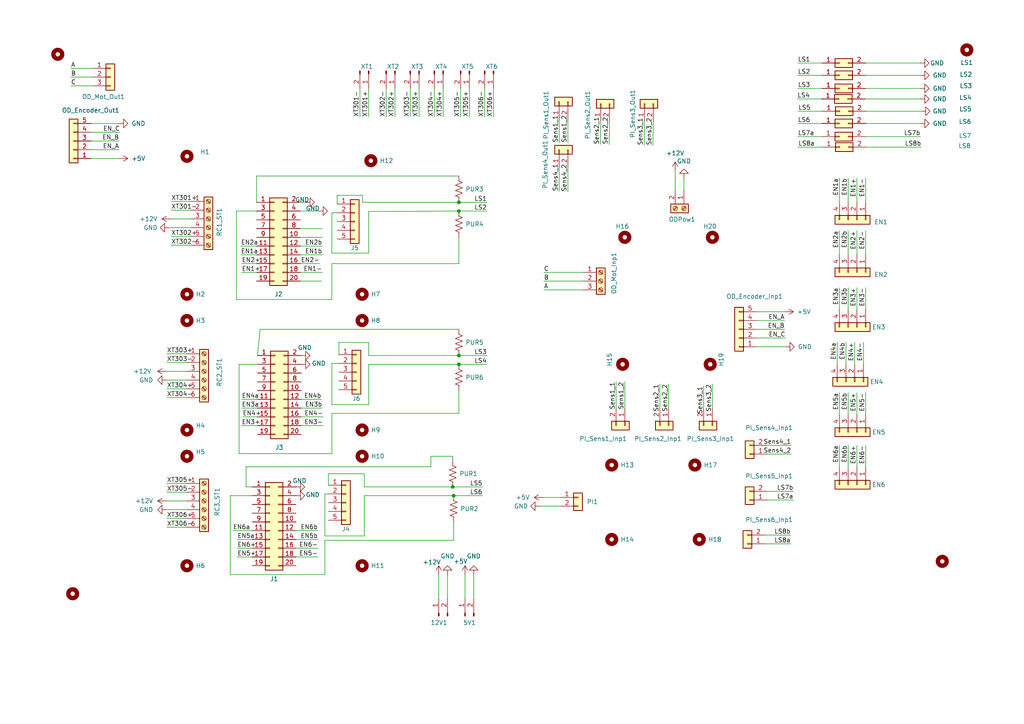
<source format=kicad_sch>
(kicad_sch (version 20211123) (generator eeschema)
  (paper "A4")
  (lib_symbols
    (symbol "Connector:Conn_01x02_Male" (pin_names (offset 1.016) hide)
      (property "Reference" "J" (at 0 2.54 0))
      (property "Value" "Conn_01x02_Male" (at 0 -5.08 0))
      (symbol "Conn_01x02_Male_1_1"
        (pin passive line (at 5.08 0 180) (length 3.81) (name "Pin_1") (number "1"))
        (pin passive line (at 5.08 -2.54 180) (length 3.81) (name "Pin_2") (number "2"))
      )
    )
    (symbol "Connector:Screw_Terminal_01x02" (pin_names (offset 1.016) hide)
      (property "Reference" "J" (at 0 2.54 0))
      (property "Value" "Screw_Terminal_01x02" (at 0 -5.08 0))
      (symbol "Screw_Terminal_01x02_1_1"
        (pin passive line (at -5.08 0 0) (length 3.81) (name "Pin_1") (number "1"))
        (pin passive line (at -5.08 -2.54 0) (length 3.81) (name "Pin_2") (number "2"))
      )
    )
    (symbol "Connector:Screw_Terminal_01x03" (pin_names (offset 1.016) hide)
      (property "Reference" "J" (at 0 5.08 0))
      (property "Value" "Screw_Terminal_01x03" (at 0 -5.08 0))
      (symbol "Screw_Terminal_01x03_1_1"
        (pin passive line (at -5.08 2.54 0) (length 3.81) (name "Pin_1") (number "1"))
        (pin passive line (at -5.08 0 0) (length 3.81) (name "Pin_2") (number "2"))
        (pin passive line (at -5.08 -2.54 0) (length 3.81) (name "Pin_3") (number "3"))
      )
    )
    (symbol "Connector:Screw_Terminal_01x06" (pin_names (offset 1.016) hide)
      (property "Reference" "J" (at 0 7.62 0))
      (property "Value" "Screw_Terminal_01x06" (at 0 -10.16 0))
      (symbol "Screw_Terminal_01x06_1_1"
        (pin passive line (at -5.08 5.08 0) (length 3.81) (name "Pin_1") (number "1"))
        (pin passive line (at -5.08 2.54 0) (length 3.81) (name "Pin_2") (number "2"))
        (pin passive line (at -5.08 0 0) (length 3.81) (name "Pin_3") (number "3"))
        (pin passive line (at -5.08 -2.54 0) (length 3.81) (name "Pin_4") (number "4"))
        (pin passive line (at -5.08 -5.08 0) (length 3.81) (name "Pin_5") (number "5"))
        (pin passive line (at -5.08 -7.62 0) (length 3.81) (name "Pin_6") (number "6"))
      )
    )
    (symbol "Connector_Generic:Conn_01x02" (pin_names (offset 1.016) hide)
      (property "Reference" "J" (at 0 2.54 0))
      (property "Value" "Conn_01x02" (at 0 -5.08 0))
      (symbol "Conn_01x02_1_1"
        (pin passive line (at -5.08 0 0) (length 3.81) (name "Pin_1") (number "1"))
        (pin passive line (at -5.08 -2.54 0) (length 3.81) (name "Pin_2") (number "2"))
      )
    )
    (symbol "Connector_Generic:Conn_01x03" (pin_names (offset 1.016) hide)
      (property "Reference" "J" (at 0 5.08 0))
      (property "Value" "Conn_01x03" (at 0 -5.08 0))
      (symbol "Conn_01x03_1_1"
        (pin passive line (at -5.08 2.54 0) (length 3.81) (name "Pin_1") (number "1"))
        (pin passive line (at -5.08 0 0) (length 3.81) (name "Pin_2") (number "2"))
        (pin passive line (at -5.08 -2.54 0) (length 3.81) (name "Pin_3") (number "3"))
      )
    )
    (symbol "Connector_Generic:Conn_01x04" (pin_names (offset 1.016) hide)
      (property "Reference" "J" (at 0 5.08 0))
      (property "Value" "Conn_01x04" (at 0 -7.62 0))
      (symbol "Conn_01x04_1_1"
        (pin passive line (at -5.08 2.54 0) (length 3.81) (name "Pin_1") (number "1"))
        (pin passive line (at -5.08 0 0) (length 3.81) (name "Pin_2") (number "2"))
        (pin passive line (at -5.08 -2.54 0) (length 3.81) (name "Pin_3") (number "3"))
        (pin passive line (at -5.08 -5.08 0) (length 3.81) (name "Pin_4") (number "4"))
      )
    )
    (symbol "Connector_Generic:Conn_01x05" (pin_names (offset 1.016) hide)
      (property "Reference" "J" (at 0 7.62 0))
      (property "Value" "Conn_01x05" (at 0 -7.62 0))
      (symbol "Conn_01x05_1_1"
        (pin passive line (at -5.08 5.08 0) (length 3.81) (name "Pin_1") (number "1"))
        (pin passive line (at -5.08 2.54 0) (length 3.81) (name "Pin_2") (number "2"))
        (pin passive line (at -5.08 0 0) (length 3.81) (name "Pin_3") (number "3"))
        (pin passive line (at -5.08 -2.54 0) (length 3.81) (name "Pin_4") (number "4"))
        (pin passive line (at -5.08 -5.08 0) (length 3.81) (name "Pin_5") (number "5"))
      )
    )
    (symbol "Connector_Generic:Conn_02x01" (pin_names (offset 1.016) hide)
      (property "Reference" "J" (at 1.27 2.54 0))
      (property "Value" "Conn_02x01" (at 1.27 -2.54 0))
      (symbol "Conn_02x01_1_1"
        (pin passive line (at -5.08 0 0) (length 3.81) (name "Pin_1") (number "1"))
        (pin passive line (at 7.62 0 180) (length 3.81) (name "Pin_2") (number "2"))
      )
    )
    (symbol "Connector_Generic:Conn_02x10_Odd_Even" (pin_names (offset 1.016) hide)
      (property "Reference" "J" (at 1.27 12.7 0))
      (property "Value" "Conn_02x10_Odd_Even" (at 1.27 -15.24 0))
      (symbol "Conn_02x10_Odd_Even_1_1"
        (pin passive line (at -5.08 10.16 0) (length 3.81) (name "Pin_1") (number "1"))
        (pin passive line (at 7.62 0 180) (length 3.81) (name "Pin_10") (number "10"))
        (pin passive line (at -5.08 -2.54 0) (length 3.81) (name "Pin_11") (number "11"))
        (pin passive line (at 7.62 -2.54 180) (length 3.81) (name "Pin_12") (number "12"))
        (pin passive line (at -5.08 -5.08 0) (length 3.81) (name "Pin_13") (number "13"))
        (pin passive line (at 7.62 -5.08 180) (length 3.81) (name "Pin_14") (number "14"))
        (pin passive line (at -5.08 -7.62 0) (length 3.81) (name "Pin_15") (number "15"))
        (pin passive line (at 7.62 -7.62 180) (length 3.81) (name "Pin_16") (number "16"))
        (pin passive line (at -5.08 -10.16 0) (length 3.81) (name "Pin_17") (number "17"))
        (pin passive line (at 7.62 -10.16 180) (length 3.81) (name "Pin_18") (number "18"))
        (pin passive line (at -5.08 -12.7 0) (length 3.81) (name "Pin_19") (number "19"))
        (pin passive line (at 7.62 10.16 180) (length 3.81) (name "Pin_2") (number "2"))
        (pin passive line (at 7.62 -12.7 180) (length 3.81) (name "Pin_20") (number "20"))
        (pin passive line (at -5.08 7.62 0) (length 3.81) (name "Pin_3") (number "3"))
        (pin passive line (at 7.62 7.62 180) (length 3.81) (name "Pin_4") (number "4"))
        (pin passive line (at -5.08 5.08 0) (length 3.81) (name "Pin_5") (number "5"))
        (pin passive line (at 7.62 5.08 180) (length 3.81) (name "Pin_6") (number "6"))
        (pin passive line (at -5.08 2.54 0) (length 3.81) (name "Pin_7") (number "7"))
        (pin passive line (at 7.62 2.54 180) (length 3.81) (name "Pin_8") (number "8"))
        (pin passive line (at -5.08 0 0) (length 3.81) (name "Pin_9") (number "9"))
      )
    )
    (symbol "Device:R_US" (pin_numbers hide) (pin_names (offset 0))
      (property "Reference" "R" (at 2.54 0 90))
      (property "Value" "R_US" (at -2.54 0 90))
      (symbol "R_US_1_1"
        (pin passive line (at 0 3.81 270) (length 1.27) (name "~") (number "1"))
        (pin passive line (at 0 -3.81 90) (length 1.27) (name "~") (number "2"))
      )
    )
    (symbol "Mechanical:MountingHole" (pin_names (offset 1.016))
      (property "Reference" "H" (at 0 5.08 0))
      (property "Value" "MountingHole" (at 0 3.175 0))
    )
    (symbol "power:+12V" (power) (pin_names (offset 0))
      (property "Value" "+12V" (at 0 3.556 0))
      (symbol "+12V_1_1"
        (pin power_in line (at 0 0 90) (length 0) hide (name "+12V") (number "1"))
      )
    )
    (symbol "power:+5V" (power) (pin_names (offset 0))
      (property "Value" "+5V" (at 0 3.556 0))
      (symbol "+5V_1_1"
        (pin power_in line (at 0 0 90) (length 0) hide (name "+5V") (number "1"))
      )
    )
    (symbol "power:GND" (power) (pin_names (offset 0))
      (property "Value" "GND" (at 0 -3.81 0))
      (symbol "GND_1_1"
        (pin power_in line (at 0 0 270) (length 0) hide (name "GND") (number "1"))
      )
    )
  )
  (junction (at 133.096 61.214))
  (junction (at 133.096 105.664))
  (junction (at 131.318 141.224))
  (junction (at 131.572 143.764))
  (junction (at 133.096 103.124))
  (junction (at 133.096 58.674))
  (wire (pts (xy 106.934 99.314) (xy 98.298 99.314)))
  (wire (pts (xy 125.984 25.654) (xy 125.984 33.909)))
  (wire (pts (xy 97.79 56.642) (xy 97.79 59.182)))
  (wire (pts (xy 128.524 25.654) (xy 128.524 33.909)))
  (wire (pts (xy 131.572 143.764) (xy 139.954 143.764)))
  (wire (pts (xy 48.387 115.316) (xy 54.102 115.316)))
  (wire (pts (xy 181.229 110.744) (xy 181.229 118.364)))
  (wire (pts (xy 248.539 66.929) (xy 248.539 73.914)))
  (wire (pts (xy 48.387 150.368) (xy 54.102 150.368)))
  (wire (pts (xy 106.934 103.124) (xy 133.096 103.124)))
  (wire (pts (xy 105.664 155.448) (xy 94.234 155.448)))
  (wire (pts (xy 132.969 61.214) (xy 133.096 61.214)))
  (wire (pts (xy 136.144 25.654) (xy 136.144 33.909)))
  (wire (pts (xy 96.266 61.722) (xy 96.266 73.406)))
  (wire (pts (xy 219.456 100.584) (xy 227.838 100.584)))
  (wire (pts (xy 243.459 129.159) (xy 243.459 135.509)))
  (wire (pts (xy 231.394 25.654) (xy 238.379 25.654)))
  (wire (pts (xy 162.179 34.544) (xy 162.179 41.402)))
  (wire (pts (xy 106.934 117.348) (xy 96.266 117.348)))
  (wire (pts (xy 87.122 78.994) (xy 93.472 78.994)))
  (wire (pts (xy 94.234 166.624) (xy 94.234 156.718)))
  (wire (pts (xy 174.244 35.179) (xy 174.117 41.91)))
  (wire (pts (xy 251.079 35.814) (xy 266.954 35.814)))
  (wire (pts (xy 71.374 135.382) (xy 71.374 141.224)))
  (wire (pts (xy 251.079 51.689) (xy 251.079 58.674)))
  (wire (pts (xy 49.022 66.04) (xy 55.372 66.04)))
  (wire (pts (xy 87.122 71.374) (xy 93.472 71.374)))
  (wire (pts (xy 105.156 58.674) (xy 105.156 56.642)))
  (wire (pts (xy 34.544 43.434) (xy 26.416 43.434)))
  (wire (pts (xy 70.104 123.444) (xy 74.676 123.444)))
  (wire (pts (xy 34.544 40.894) (xy 26.416 40.894)))
  (wire (pts (xy 231.394 35.814) (xy 238.379 35.814)))
  (wire (pts (xy 219.456 92.964) (xy 227.584 92.964)))
  (wire (pts (xy 229.489 131.699) (xy 222.504 131.699)))
  (wire (pts (xy 85.852 156.464) (xy 92.202 156.464)))
  (wire (pts (xy 68.834 156.464) (xy 73.152 156.464)))
  (wire (pts (xy 242.824 99.314) (xy 242.824 105.664)))
  (wire (pts (xy 204.089 112.014) (xy 204.089 118.364)))
  (wire (pts (xy 48.387 152.908) (xy 54.102 152.908)))
  (wire (pts (xy 229.489 129.159) (xy 222.504 129.159)))
  (wire (pts (xy 247.904 99.314) (xy 247.904 105.664)))
  (wire (pts (xy 75.438 95.504) (xy 133.096 95.504)))
  (wire (pts (xy 198.374 51.562) (xy 198.374 55.372)))
  (wire (pts (xy 85.852 159.004) (xy 92.202 159.004)))
  (wire (pts (xy 69.342 131.572) (xy 69.342 105.664)))
  (wire (pts (xy 49.657 58.42) (xy 55.372 58.42)))
  (wire (pts (xy 105.156 56.642) (xy 97.79 56.642)))
  (wire (pts (xy 96.266 105.41) (xy 98.298 105.41)))
  (wire (pts (xy 134.874 166.624) (xy 134.874 173.609)))
  (wire (pts (xy 186.944 35.179) (xy 186.817 42.164)))
  (wire (pts (xy 133.096 61.214) (xy 141.224 61.214)))
  (wire (pts (xy 248.539 113.919) (xy 248.539 120.269)))
  (wire (pts (xy 105.156 58.674) (xy 133.096 58.674)))
  (wire (pts (xy 105.664 137.414) (xy 105.664 141.224)))
  (wire (pts (xy 87.122 73.914) (xy 93.472 73.914)))
  (wire (pts (xy 48.387 140.208) (xy 54.102 140.208)))
  (wire (pts (xy 69.85 71.374) (xy 74.422 71.374)))
  (wire (pts (xy 248.539 51.689) (xy 248.539 58.674)))
  (wire (pts (xy 87.122 68.834) (xy 93.472 68.834)))
  (wire (pts (xy 157.734 81.534) (xy 169.164 81.534)))
  (wire (pts (xy 49.657 60.96) (xy 55.372 60.96)))
  (wire (pts (xy 251.079 113.919) (xy 251.079 120.269)))
  (wire (pts (xy 231.394 21.844) (xy 238.379 21.844)))
  (wire (pts (xy 157.734 78.994) (xy 169.164 78.994)))
  (wire (pts (xy 206.629 111.379) (xy 206.629 118.364)))
  (wire (pts (xy 164.719 34.544) (xy 164.719 41.402)))
  (wire (pts (xy 156.464 146.812) (xy 162.56 146.812)))
  (wire (pts (xy 67.564 153.924) (xy 73.152 153.924)))
  (wire (pts (xy 94.234 143.256) (xy 94.234 155.448)))
  (wire (pts (xy 95.25 137.414) (xy 95.25 140.716)))
  (wire (pts (xy 74.422 51.054) (xy 74.422 58.674)))
  (wire (pts (xy 131.318 141.224) (xy 139.954 141.224)))
  (wire (pts (xy 34.544 35.814) (xy 26.416 35.814)))
  (wire (pts (xy 97.79 61.722) (xy 96.266 61.722)))
  (wire (pts (xy 245.999 51.689) (xy 245.999 58.674)))
  (wire (pts (xy 106.934 105.664) (xy 106.934 117.348)))
  (wire (pts (xy 85.852 153.924) (xy 92.202 153.924)))
  (wire (pts (xy 34.544 45.974) (xy 26.416 45.974)))
  (wire (pts (xy 250.952 28.702) (xy 266.954 28.702)))
  (wire (pts (xy 231.394 39.624) (xy 238.379 39.624)))
  (wire (pts (xy 221.869 155.194) (xy 229.362 155.194)))
  (wire (pts (xy 70.104 118.364) (xy 74.676 118.364)))
  (wire (pts (xy 231.521 42.672) (xy 238.506 42.672)))
  (wire (pts (xy 243.459 51.689) (xy 243.459 58.674)))
  (wire (pts (xy 248.539 83.439) (xy 248.539 89.789)))
  (wire (pts (xy 94.234 166.624) (xy 66.802 166.624)))
  (wire (pts (xy 71.374 141.224) (xy 73.152 141.224)))
  (wire (pts (xy 114.554 25.654) (xy 114.554 33.909)))
  (wire (pts (xy 96.266 131.572) (xy 69.342 131.572)))
  (wire (pts (xy 112.014 25.654) (xy 112.014 33.909)))
  (wire (pts (xy 96.266 131.572) (xy 96.266 119.888)))
  (wire (pts (xy 193.929 111.379) (xy 193.929 118.364)))
  (wire (pts (xy 121.539 25.654) (xy 121.539 33.909)))
  (wire (pts (xy 140.589 25.654) (xy 140.589 33.909)))
  (wire (pts (xy 131.318 132.334) (xy 131.318 133.604)))
  (wire (pts (xy 243.459 83.439) (xy 243.459 89.789)))
  (wire (pts (xy 74.422 51.054) (xy 133.096 51.054)))
  (wire (pts (xy 68.58 86.868) (xy 68.58 61.214)))
  (wire (pts (xy 49.657 71.12) (xy 55.372 71.12)))
  (wire (pts (xy 87.376 115.824) (xy 93.218 115.824)))
  (wire (pts (xy 251.206 32.258) (xy 267.208 32.258)))
  (wire (pts (xy 94.234 156.718) (xy 131.572 156.718)))
  (wire (pts (xy 245.999 66.929) (xy 245.999 73.914)))
  (wire (pts (xy 133.096 119.888) (xy 133.096 113.284)))
  (wire (pts (xy 49.657 68.58) (xy 55.372 68.58)))
  (wire (pts (xy 70.358 120.904) (xy 74.676 120.904)))
  (wire (pts (xy 251.206 42.672) (xy 267.208 42.672)))
  (wire (pts (xy 71.374 135.382) (xy 124.968 135.382)))
  (wire (pts (xy 251.079 25.654) (xy 266.954 25.654)))
  (wire (pts (xy 157.734 84.074) (xy 169.164 84.074)))
  (wire (pts (xy 88.646 58.674) (xy 87.122 58.674)))
  (wire (pts (xy 251.079 66.929) (xy 251.079 73.914)))
  (wire (pts (xy 48.387 105.156) (xy 54.102 105.156)))
  (wire (pts (xy 75.438 95.504) (xy 74.676 103.124)))
  (wire (pts (xy 87.122 66.294) (xy 93.472 66.294)))
  (wire (pts (xy 127.254 166.624) (xy 127.254 173.609)))
  (wire (pts (xy 48.387 142.748) (xy 54.102 142.748)))
  (wire (pts (xy 48.26 145.288) (xy 54.102 145.288)))
  (wire (pts (xy 137.414 166.624) (xy 137.414 173.609)))
  (wire (pts (xy 124.968 132.334) (xy 131.318 132.334)))
  (wire (pts (xy 85.852 161.544) (xy 92.202 161.544)))
  (wire (pts (xy 20.574 19.812) (xy 26.924 19.812)))
  (wire (pts (xy 96.266 105.41) (xy 96.266 117.348)))
  (wire (pts (xy 222.504 142.494) (xy 230.124 142.494)))
  (wire (pts (xy 178.689 110.744) (xy 178.689 118.364)))
  (wire (pts (xy 250.444 99.314) (xy 250.444 105.664)))
  (wire (pts (xy 105.664 143.764) (xy 131.572 143.764)))
  (wire (pts (xy 106.934 105.664) (xy 133.096 105.664)))
  (wire (pts (xy 133.096 105.664) (xy 141.224 105.664)))
  (wire (pts (xy 20.574 24.892) (xy 26.924 24.892)))
  (wire (pts (xy 96.266 86.868) (xy 96.266 76.454)))
  (wire (pts (xy 26.416 38.354) (xy 34.798 38.354)))
  (wire (pts (xy 221.869 157.734) (xy 229.362 157.734)))
  (wire (pts (xy 70.104 76.454) (xy 74.422 76.454)))
  (wire (pts (xy 48.26 110.236) (xy 54.102 110.236)))
  (wire (pts (xy 98.298 99.314) (xy 98.298 102.87)))
  (wire (pts (xy 195.834 49.53) (xy 195.834 55.372)))
  (wire (pts (xy 245.364 99.314) (xy 245.364 105.664)))
  (wire (pts (xy 49.53 63.5) (xy 55.372 63.5)))
  (wire (pts (xy 219.456 90.424) (xy 227.584 90.424)))
  (wire (pts (xy 68.834 161.544) (xy 73.152 161.544)))
  (wire (pts (xy 68.58 61.214) (xy 74.422 61.214)))
  (wire (pts (xy 69.342 105.664) (xy 74.676 105.664)))
  (wire (pts (xy 96.266 86.868) (xy 68.58 86.868)))
  (wire (pts (xy 157.48 144.272) (xy 162.56 144.272)))
  (wire (pts (xy 251.079 39.624) (xy 266.954 39.624)))
  (wire (pts (xy 251.079 83.439) (xy 251.079 89.789)))
  (wire (pts (xy 96.266 119.888) (xy 133.096 119.888)))
  (wire (pts (xy 118.999 25.654) (xy 118.999 33.909)))
  (wire (pts (xy 251.079 21.844) (xy 266.954 21.844)))
  (wire (pts (xy 87.122 76.454) (xy 92.71 76.454)))
  (wire (pts (xy 129.794 166.624) (xy 129.794 173.609)))
  (wire (pts (xy 231.521 32.258) (xy 238.506 32.258)))
  (wire (pts (xy 87.376 123.444) (xy 93.726 123.444)))
  (wire (pts (xy 124.968 135.382) (xy 124.968 132.334)))
  (wire (pts (xy 251.079 18.288) (xy 266.954 18.288)))
  (wire (pts (xy 106.934 25.654) (xy 106.934 33.909)))
  (wire (pts (xy 133.096 103.124) (xy 141.224 103.124)))
  (wire (pts (xy 133.096 58.674) (xy 141.224 58.674)))
  (wire (pts (xy 48.26 107.696) (xy 54.102 107.696)))
  (wire (pts (xy 143.129 25.654) (xy 143.129 33.909)))
  (wire (pts (xy 105.664 137.414) (xy 95.25 137.414)))
  (wire (pts (xy 231.394 18.288) (xy 238.379 18.288)))
  (wire (pts (xy 87.122 81.534) (xy 93.218 81.534)))
  (wire (pts (xy 48.26 147.828) (xy 54.102 147.828)))
  (wire (pts (xy 245.999 83.439) (xy 245.999 89.789)))
  (wire (pts (xy 104.394 25.654) (xy 104.394 33.909)))
  (wire (pts (xy 20.574 22.352) (xy 26.924 22.352)))
  (wire (pts (xy 133.604 25.654) (xy 133.604 33.909)))
  (wire (pts (xy 133.096 76.454) (xy 133.096 68.834)))
  (wire (pts (xy 248.539 129.159) (xy 248.539 135.509)))
  (wire (pts (xy 176.784 35.179) (xy 176.657 41.91)))
  (wire (pts (xy 48.387 112.776) (xy 54.102 112.776)))
  (wire (pts (xy 131.572 151.384) (xy 131.572 156.718)))
  (wire (pts (xy 106.934 61.341) (xy 132.969 61.214)))
  (wire (pts (xy 87.376 118.364) (xy 93.472 118.364)))
  (wire (pts (xy 243.459 113.919) (xy 243.459 120.269)))
  (wire (pts (xy 243.459 66.929) (xy 243.459 73.914)))
  (wire (pts (xy 222.504 145.034) (xy 230.124 145.034)))
  (wire (pts (xy 70.104 115.824) (xy 74.676 115.824)))
  (wire (pts (xy 191.389 111.379) (xy 191.389 118.364)))
  (wire (pts (xy 219.456 95.504) (xy 227.584 95.504)))
  (wire (pts (xy 189.484 35.179) (xy 189.357 42.164)))
  (wire (pts (xy 219.456 98.044) (xy 227.838 98.044)))
  (wire (pts (xy 231.267 28.702) (xy 238.252 28.702)))
  (wire (pts (xy 48.387 102.616) (xy 54.102 102.616)))
  (wire (pts (xy 162.179 48.514) (xy 162.179 55.499)))
  (wire (pts (xy 106.934 99.314) (xy 106.934 103.124)))
  (wire (pts (xy 164.719 48.514) (xy 164.719 55.626)))
  (wire (pts (xy 66.802 143.764) (xy 73.152 143.764)))
  (wire (pts (xy 66.802 166.624) (xy 66.802 143.764)))
  (wire (pts (xy 94.234 143.256) (xy 95.25 143.256)))
  (wire (pts (xy 105.664 143.764) (xy 105.664 155.448)))
  (wire (pts (xy 105.664 141.224) (xy 131.318 141.224)))
  (wire (pts (xy 96.266 73.406) (xy 106.934 73.406)))
  (wire (pts (xy 92.456 61.214) (xy 87.122 61.214)))
  (wire (pts (xy 68.834 159.004) (xy 73.152 159.004)))
  (wire (pts (xy 106.934 73.406) (xy 106.934 61.341)))
  (wire (pts (xy 87.376 120.904) (xy 93.726 120.904)))
  (wire (pts (xy 245.999 129.159) (xy 245.999 135.509)))
  (wire (pts (xy 96.266 76.454) (xy 133.096 76.454)))
  (wire (pts (xy 245.999 113.919) (xy 245.999 120.269)))
  (wire (pts (xy 70.104 78.994) (xy 74.422 78.994)))
  (wire (pts (xy 251.079 129.159) (xy 251.079 135.509)))
  (wire (pts (xy 69.85 73.914) (xy 74.422 73.914)))
  (label "EN3a" (at 243.459 83.439 270))
  (label "Sens3_1" (at 204.089 112.014 270))
  (label "EN_A" (at 227.584 92.964 180))
  (label "EN6-" (at 92.202 159.004 180))
  (label "EN6a" (at 67.564 153.924 0))
  (label "EN1a" (at 69.85 73.914 0))
  (label "EN6b" (at 92.202 153.924 180))
  (label "LS2" (at 231.394 21.844 0))
  (label "Sens2_2" (at 193.929 111.379 270))
  (label "XT302+" (at 49.657 68.58 0))
  (label "EN_C" (at 34.798 38.354 180))
  (label "EN1+" (at 70.104 78.994 0))
  (label "EN5a" (at 68.834 156.464 0))
  (label "EN_B" (at 34.544 40.894 180))
  (label "Sens4_1" (at 162.179 55.499 90))
  (label "XT305-" (at 48.387 142.748 0))
  (label "XT306-" (at 48.387 152.908 0))
  (label "EN3b" (at 93.472 118.364 180))
  (label "EN4b" (at 93.218 115.824 180))
  (label "A" (at 157.734 84.074 0))
  (label "LS1" (at 231.394 18.288 0))
  (label "EN6-" (at 251.079 129.159 270))
  (label "B" (at 157.734 81.534 0))
  (label "XT303-" (at 118.999 33.909 90))
  (label "EN1b" (at 93.472 73.914 180))
  (label "Sens2_1" (at 191.389 111.379 270))
  (label "Sens1_2" (at 181.229 110.744 270))
  (label "LS6" (at 231.394 35.814 0))
  (label "EN2b" (at 245.999 66.929 270))
  (label "XT306+" (at 48.387 150.368 0))
  (label "EN5-" (at 251.079 113.919 270))
  (label "XT304+" (at 48.387 112.776 0))
  (label "EN4-" (at 93.726 120.904 180))
  (label "LS4" (at 141.224 105.664 180))
  (label "Sens1_1" (at 178.689 110.744 270))
  (label "EN5b" (at 245.999 113.919 270))
  (label "EN_B" (at 227.584 95.504 180))
  (label "XT303+" (at 121.539 33.909 90))
  (label "XT301+" (at 106.934 33.909 90))
  (label "LS3" (at 141.224 103.124 180))
  (label "C" (at 157.734 78.994 0))
  (label "EN4+" (at 70.358 120.904 0))
  (label "EN_C" (at 227.838 98.044 180))
  (label "XT303+" (at 48.387 102.616 0))
  (label "EN2-" (at 251.079 66.929 270))
  (label "EN2a" (at 243.459 66.929 270))
  (label "LS7b" (at 266.954 39.624 180))
  (label "XT301-" (at 104.394 33.909 90))
  (label "C" (at 20.574 24.892 0))
  (label "EN6+" (at 248.539 129.159 270))
  (label "XT302-" (at 112.014 33.909 90))
  (label "LS3" (at 231.394 25.654 0))
  (label "XT304+" (at 128.524 33.909 90))
  (label "XT306+" (at 143.129 33.909 90))
  (label "EN1b" (at 245.999 51.689 270))
  (label "Sens3_1" (at 186.817 42.164 90))
  (label "EN1a" (at 243.459 51.689 270))
  (label "EN5-" (at 92.202 161.544 180))
  (label "Sens2_2" (at 176.657 41.91 90))
  (label "Sens4_2" (at 229.489 131.699 180))
  (label "XT301+" (at 49.657 58.42 0))
  (label "LS1" (at 141.224 58.674 180))
  (label "XT301-" (at 49.657 60.96 0))
  (label "XT303-" (at 48.387 105.156 0))
  (label "XT305-" (at 133.604 33.909 90))
  (label "XT304-" (at 125.984 33.909 90))
  (label "LS7a" (at 230.124 145.034 180))
  (label "XT305+" (at 48.387 140.208 0))
  (label "EN4-" (at 250.444 99.314 270))
  (label "LS4" (at 231.267 28.702 0))
  (label "EN2+" (at 248.539 66.929 270))
  (label "EN3+" (at 70.104 123.444 0))
  (label "LS8a" (at 229.362 157.734 180))
  (label "Sens1_1" (at 162.179 41.402 90))
  (label "EN4a" (at 242.824 99.314 270))
  (label "EN1+" (at 248.539 51.689 270))
  (label "LS2" (at 141.224 61.214 180))
  (label "LS7b" (at 230.124 142.494 180))
  (label "EN1-" (at 93.472 78.994 180))
  (label "EN3+" (at 248.539 83.439 270))
  (label "EN3-" (at 93.726 123.444 180))
  (label "XT304-" (at 48.387 115.316 0))
  (label "EN3a" (at 70.104 118.364 0))
  (label "EN4b" (at 245.364 99.314 270))
  (label "Sens4_2" (at 164.719 55.626 90))
  (label "Sens1_2" (at 164.719 41.402 90))
  (label "LS7a" (at 231.394 39.624 0))
  (label "LS8b" (at 267.208 42.672 180))
  (label "EN4+" (at 247.904 99.314 270))
  (label "EN2b" (at 93.472 71.374 180))
  (label "XT302-" (at 49.657 71.12 0))
  (label "EN6a" (at 243.459 129.159 270))
  (label "XT302+" (at 114.554 33.909 90))
  (label "LS8b" (at 229.362 155.194 180))
  (label "Sens2_1" (at 174.117 41.91 90))
  (label "LS6" (at 139.954 143.764 180))
  (label "EN4a" (at 70.104 115.824 0))
  (label "EN6b" (at 245.999 129.159 270))
  (label "EN2a" (at 69.85 71.374 0))
  (label "XT306-" (at 140.589 33.909 90))
  (label "Sens3_2" (at 189.357 42.164 90))
  (label "LS5" (at 139.954 141.224 180))
  (label "EN5a" (at 243.459 113.919 270))
  (label "XT305+" (at 136.144 33.909 90))
  (label "Sens4_1" (at 229.489 129.159 180))
  (label "EN5+" (at 68.834 161.544 0))
  (label "Sens3_2" (at 206.629 111.379 270))
  (label "B" (at 20.574 22.352 0))
  (label "EN_A" (at 34.544 43.434 180))
  (label "EN5+" (at 248.539 113.919 270))
  (label "EN3-" (at 251.079 83.439 270))
  (label "EN2-" (at 92.71 76.454 180))
  (label "EN6+" (at 68.834 159.004 0))
  (label "EN3b" (at 245.999 83.439 270))
  (label "EN2+" (at 70.104 76.454 0))
  (label "LS5" (at 231.521 32.258 0))
  (label "EN5b" (at 92.202 156.464 180))
  (label "EN1-" (at 251.079 51.689 270))
  (label "A" (at 20.574 19.812 0))
  (label "LS8a" (at 231.521 42.672 0))
  (symbol (lib_id "Connector:Conn_01x02_Male") (at 143.129 20.574 270) (unit 1)
    (property "Reference" "XT6" (at 144.399 19.304 90) (effects (justify right)))
    (property "Value" "Conn_01x02_Male" (effects hide))
    (property "Footprint" "Connector_AMASS:AMASS_XT30U-M_1x02_P5.0mm_Vertical" (effects hide))
  )
  (symbol (lib_id "power:+12V") (at 48.26 145.288 90) (unit 1)
    (property "Reference" "#PWR0129" (effects hide))
    (property "Value" "+12V" (at 44.45 145.2879 90) (effects (justify left)))
  )
  (symbol (lib_id "Connector_Generic:Conn_01x03") (at 32.004 22.352 0) (unit 1)
    (property "Reference" "OD_Mot_Out1" (at 23.749 28.067 0) (effects (justify left)))
    (property "Value" "Conn_01x03" (effects hide))
    (property "Footprint" "Connector_AMASS:AMASS_MR30PW-M_1x03_P3.50mm_Horizontal" (effects hide))
  )
  (symbol (lib_id "power:GND") (at 267.208 32.258 90) (unit 1)
    (property "Reference" "#PWR0121" (effects hide))
    (property "Value" "GND" (at 270.51 32.2579 90) (effects (justify right)))
  )
  (symbol (lib_id "Device:R_US") (at 131.318 137.414 0) (unit 1)
    (property "Reference" "PUR1" (at 133.223 137.414 0) (effects (justify left)))
    (property "Value" "R_US" (effects hide))
    (property "Footprint" "Resistor_SMD:R_0805_2012Metric_Pad1.20x1.40mm_HandSolder" (effects hide))
  )
  (symbol (lib_id "Connector_Generic:Conn_01x02") (at 217.424 131.699 180) (unit 1)
    (property "Reference" "PI_Sens4_Inp1" (at 216.154 124.079 0) (effects (justify right)))
    (property "Value" "Conn_01x02" (effects hide))
    (property "Footprint" "Connector_PinHeader_2.54mm:PinHeader_1x02_P2.54mm_Vertical" (effects hide))
  )
  (symbol (lib_id "Mechanical:MountingHole") (at 273.304 162.814 0) (unit 1)
    (property "Reference" "H23" (effects hide))
    (property "Value" "MountingHole" (effects hide))
    (property "Footprint" "MountingHole:MountingHole_4.3mm_M4" (effects hide))
  )
  (symbol (lib_id "Mechanical:MountingHole") (at 280.416 14.478 0) (unit 1)
    (property "Reference" "H24" (effects hide))
    (property "Value" "MountingHole" (effects hide))
    (property "Footprint" "MountingHole:MountingHole_4.3mm_M4" (effects hide))
  )
  (symbol (lib_id "Mechanical:MountingHole") (at 177.419 156.464 0) (unit 1)
    (property "Reference" "H14" (at 179.959 156.4639 0) (effects (justify left)))
    (property "Value" "MountingHole" (effects hide))
    (property "Footprint" "MountingHole:MountingHole_3.2mm_M3" (effects hide))
  )
  (symbol (lib_id "Connector_Generic:Conn_02x01") (at 243.332 28.702 0) (unit 1)
    (property "Reference" "LS4" (at 280.035 28.321 0))
    (property "Value" "Conn_02x01" (effects hide))
    (property "Footprint" "Connector_PinHeader_2.54mm:PinHeader_1x02_P2.54mm_Vertical" (effects hide))
  )
  (symbol (lib_id "Mechanical:MountingHole") (at 105.029 132.334 0) (unit 1)
    (property "Reference" "H10" (at 107.569 132.3339 0) (effects (justify left)))
    (property "Value" "MountingHole" (effects hide))
    (property "Footprint" "MountingHole:MountingHole_3.2mm_M3" (effects hide))
  )
  (symbol (lib_id "Connector:Screw_Terminal_01x02") (at 198.374 60.452 270) (unit 1)
    (property "Reference" "ODPow1" (at 193.929 63.627 90) (effects (justify left)))
    (property "Value" "Screw_Terminal_01x02" (effects hide))
    (property "Footprint" "TerminalBlock:TerminalBlock_bornier-2_P5.08mm" (effects hide))
  )
  (symbol (lib_id "Connector_Generic:Conn_02x10_Odd_Even") (at 78.232 151.384 0) (unit 1)
    (property "Reference" "J1" (at 79.502 167.894 0))
    (property "Value" "Conn_02x10_Top_Bottom" (effects hide))
    (property "Footprint" "Connector_PinSocket_2.54mm:PinSocket_2x10_P2.54mm_Vertical" (effects hide))
  )
  (symbol (lib_id "Connector_Generic:Conn_01x04") (at 248.539 140.589 270) (unit 1)
    (property "Reference" "EN6" (at 254.889 140.589 90))
    (property "Value" "Conn_01x04" (effects hide))
    (property "Footprint" "Connector_PinHeader_2.54mm:PinHeader_1x04_P2.54mm_Vertical" (effects hide))
  )
  (symbol (lib_id "Mechanical:MountingHole") (at 180.594 105.664 90) (unit 1)
    (property "Reference" "H15" (at 176.784 106.299 0) (effects (justify left)))
    (property "Value" "MountingHole" (effects hide))
    (property "Footprint" "MountingHole:MountingHole_3.2mm_M3" (effects hide))
  )
  (symbol (lib_id "power:+5V") (at 34.544 45.974 270) (unit 1)
    (property "Reference" "#PWR0126" (effects hide))
    (property "Value" "+5V" (at 38.1 45.9739 90) (effects (justify left)))
  )
  (symbol (lib_id "Connector_Generic:Conn_01x02") (at 162.179 43.434 90) (unit 1)
    (property "Reference" "PI_Sens4_Out1" (at 158.115 40.64 0) (effects (justify right)))
    (property "Value" "Conn_01x02" (effects hide))
    (property "Footprint" "Connector_PinHeader_2.54mm:PinHeader_1x02_P2.54mm_Vertical" (effects hide))
  )
  (symbol (lib_id "Mechanical:MountingHole") (at 105.029 85.344 0) (unit 1)
    (property "Reference" "H7" (at 107.569 85.3439 0) (effects (justify left)))
    (property "Value" "MountingHole" (effects hide))
    (property "Footprint" "MountingHole:MountingHole_3.2mm_M3" (effects hide))
  )
  (symbol (lib_id "Connector:Conn_01x02_Male") (at 136.144 20.574 270) (unit 1)
    (property "Reference" "XT5" (at 137.414 19.304 90) (effects (justify right)))
    (property "Value" "Conn_01x02_Male" (effects hide))
    (property "Footprint" "Connector_AMASS:AMASS_XT30U-M_1x02_P5.0mm_Vertical" (effects hide))
  )
  (symbol (lib_id "Mechanical:MountingHole") (at 16.764 15.748 0) (unit 1)
    (property "Reference" "H21" (effects hide))
    (property "Value" "MountingHole" (effects hide))
    (property "Footprint" "MountingHole:MountingHole_4.3mm_M4" (effects hide))
  )
  (symbol (lib_id "power:GND") (at 266.954 28.702 90) (unit 1)
    (property "Reference" "#PWR0120" (effects hide))
    (property "Value" "GND" (at 270.51 28.7019 90) (effects (justify right)))
  )
  (symbol (lib_id "Connector:Conn_01x02_Male") (at 127.254 178.689 90) (unit 1)
    (property "Reference" "12V1" (at 129.794 180.594 90) (effects (justify left)))
    (property "Value" "Conn_01x02_Male" (effects hide))
    (property "Footprint" "Connector_AMASS:AMASS_XT60-M_1x02_P7.20mm_Vertical" (effects hide))
  )
  (symbol (lib_id "Mechanical:MountingHole") (at 54.229 164.084 0) (unit 1)
    (property "Reference" "H6" (at 56.769 164.0839 0) (effects (justify left)))
    (property "Value" "MountingHole" (effects hide))
    (property "Footprint" "MountingHole:MountingHole_3.2mm_M3" (effects hide))
  )
  (symbol (lib_id "Mechanical:MountingHole") (at 205.994 105.664 90) (unit 1)
    (property "Reference" "H19" (at 209.169 106.299 0) (effects (justify left)))
    (property "Value" "MountingHole" (effects hide))
    (property "Footprint" "MountingHole:MountingHole_3.2mm_M3" (effects hide))
  )
  (symbol (lib_id "power:+12V") (at 127.254 166.624 0) (unit 1)
    (property "Reference" "#PWR0124" (effects hide))
    (property "Value" "+12V" (at 125.222 163.068 0))
  )
  (symbol (lib_id "power:GND") (at 49.022 66.04 270) (unit 1)
    (property "Reference" "#PWR0109" (effects hide))
    (property "Value" "GND" (at 45.72 66.0399 90) (effects (justify right)))
  )
  (symbol (lib_id "Mechanical:MountingHole") (at 54.229 132.334 0) (unit 1)
    (property "Reference" "H5" (at 56.769 131.0639 0) (effects (justify left)))
    (property "Value" "MountingHole" (effects hide))
    (property "Footprint" "MountingHole:MountingHole_3.2mm_M3" (effects hide))
  )
  (symbol (lib_id "Connector_Generic:Conn_01x02") (at 186.944 30.099 90) (unit 1)
    (property "Reference" "PI_Sens3_Out1" (at 183.515 25.908 0) (effects (justify right)))
    (property "Value" "Conn_01x02" (effects hide))
    (property "Footprint" "Connector_PinHeader_2.54mm:PinHeader_1x02_P2.54mm_Vertical" (effects hide))
  )
  (symbol (lib_id "Connector_Generic:Conn_01x05") (at 102.87 64.262 0) (unit 1)
    (property "Reference" "J5" (at 102.87 71.882 0))
    (property "Value" "Conn_01x05" (effects hide))
    (property "Footprint" "Connector_PinSocket_2.54mm:PinSocket_1x05_P2.54mm_Vertical" (effects hide))
  )
  (symbol (lib_id "Connector_Generic:Conn_01x02") (at 174.244 30.099 90) (unit 1)
    (property "Reference" "PI_Sens2_Out1" (at 170.434 26.289 0) (effects (justify right)))
    (property "Value" "Conn_01x02" (effects hide))
    (property "Footprint" "Connector_PinHeader_2.54mm:PinHeader_1x02_P2.54mm_Vertical" (effects hide))
  )
  (symbol (lib_id "Mechanical:MountingHole") (at 206.629 68.834 90) (unit 1)
    (property "Reference" "H20" (at 207.899 65.659 90) (effects (justify left)))
    (property "Value" "MountingHole" (effects hide))
    (property "Footprint" "MountingHole:MountingHole_3.2mm_M3" (effects hide))
  )
  (symbol (lib_id "Mechanical:MountingHole") (at 54.229 45.339 0) (unit 1)
    (property "Reference" "H1" (at 58.039 44.069 0) (effects (justify left)))
    (property "Value" "MountingHole" (effects hide))
    (property "Footprint" "MountingHole:MountingHole_3.2mm_M3" (effects hide))
  )
  (symbol (lib_id "power:GND") (at 87.376 105.664 90) (unit 1)
    (property "Reference" "#PWR0104" (effects hide))
    (property "Value" "GND" (at 90.424 105.41 90) (effects (justify right)))
  )
  (symbol (lib_id "Device:R_US") (at 133.096 99.314 0) (unit 1)
    (property "Reference" "PUR5" (at 135.001 99.314 0) (effects (justify left)))
    (property "Value" "R_US" (effects hide))
    (property "Footprint" "Resistor_SMD:R_0805_2012Metric_Pad1.20x1.40mm_HandSolder" (effects hide))
  )
  (symbol (lib_id "power:+5V") (at 157.48 144.272 90) (unit 1)
    (property "Reference" "#PWR0137" (effects hide))
    (property "Value" "+5V" (at 153.67 144.2719 90) (effects (justify left)))
  )
  (symbol (lib_id "power:GND") (at 266.954 21.844 90) (unit 1)
    (property "Reference" "#PWR0118" (effects hide))
    (property "Value" "GND" (at 270.51 21.8439 90) (effects (justify right)))
  )
  (symbol (lib_id "power:GND") (at 48.26 147.828 270) (unit 1)
    (property "Reference" "#PWR0106" (effects hide))
    (property "Value" "GND" (at 44.45 147.8279 90) (effects (justify right)))
  )
  (symbol (lib_id "Connector_Generic:Conn_02x01") (at 243.586 32.258 0) (unit 1)
    (property "Reference" "LS5" (at 280.035 31.623 0))
    (property "Value" "Conn_02x01" (effects hide))
    (property "Footprint" "Connector_PinHeader_2.54mm:PinHeader_1x02_P2.54mm_Vertical" (effects hide))
  )
  (symbol (lib_id "power:GND") (at 266.954 35.814 90) (unit 1)
    (property "Reference" "#PWR0115" (effects hide))
    (property "Value" "GND" (at 270.51 35.8139 90) (effects (justify right)))
  )
  (symbol (lib_id "Connector_Generic:Conn_01x05") (at 21.336 40.894 180) (unit 1)
    (property "Reference" "OD_Encoder_Out1" (at 34.671 32.004 0) (effects (justify left)))
    (property "Value" "Conn_01x04" (effects hide))
    (property "Footprint" "Connector_PinHeader_2.54mm:PinHeader_1x05_P2.54mm_Vertical" (effects hide))
  )
  (symbol (lib_id "power:GND") (at 88.646 58.674 90) (unit 1)
    (property "Reference" "#PWR0108" (effects hide))
    (property "Value" "GND" (at 85.598 57.912 90) (effects (justify right)))
  )
  (symbol (lib_id "Connector:Screw_Terminal_01x03") (at 174.244 81.534 0) (unit 1)
    (property "Reference" "OD_Mot_Inp1" (at 178.054 85.344 90) (effects (justify left)))
    (property "Value" "Screw_Terminal_01x03" (effects hide))
    (property "Footprint" "TerminalBlock:TerminalBlock_bornier-3_P5.08mm" (effects hide))
  )
  (symbol (lib_id "power:GND") (at 266.954 25.654 90) (unit 1)
    (property "Reference" "#PWR0117" (effects hide))
    (property "Value" "GND" (at 270.51 25.6539 90) (effects (justify right)))
  )
  (symbol (lib_id "Connector:Conn_01x02_Male") (at 106.934 20.574 270) (unit 1)
    (property "Reference" "XT1" (at 108.204 19.304 90) (effects (justify right)))
    (property "Value" "Conn_01x02_Male" (effects hide))
    (property "Footprint" "Connector_AMASS:AMASS_XT30U-M_1x02_P5.0mm_Vertical" (effects hide))
  )
  (symbol (lib_id "Connector_Generic:Conn_01x04") (at 248.539 125.349 270) (unit 1)
    (property "Reference" "EN5" (at 254.889 125.349 90))
    (property "Value" "Conn_01x04" (effects hide))
    (property "Footprint" "Connector_PinHeader_2.54mm:PinHeader_1x04_P2.54mm_Vertical" (effects hide))
  )
  (symbol (lib_id "power:+12V") (at 48.26 107.696 90) (unit 1)
    (property "Reference" "#PWR0128" (effects hide))
    (property "Value" "+12V" (at 43.942 107.6959 90) (effects (justify left)))
  )
  (symbol (lib_id "power:GND") (at 137.414 166.624 180) (unit 1)
    (property "Reference" "#PWR0112" (effects hide))
    (property "Value" "GND" (at 137.414 161.29 0))
  )
  (symbol (lib_id "Connector_Generic:Conn_02x01") (at 243.459 21.844 0) (unit 1)
    (property "Reference" "LS2" (at 280.162 21.59 0))
    (property "Value" "Conn_02x01" (effects hide))
    (property "Footprint" "Connector_PinHeader_2.54mm:PinHeader_1x02_P2.54mm_Vertical" (effects hide))
  )
  (symbol (lib_id "Connector_Generic:Conn_02x01") (at 243.586 42.672 0) (unit 1)
    (property "Reference" "LS8" (at 279.781 42.291 0))
    (property "Value" "Conn_02x01" (effects hide))
    (property "Footprint" "Connector_PinHeader_2.54mm:PinHeader_1x02_P2.54mm_Vertical" (effects hide))
  )
  (symbol (lib_id "power:+12V") (at 49.53 63.5 90) (unit 1)
    (property "Reference" "#PWR0127" (effects hide))
    (property "Value" "+12V" (at 45.72 63.4999 90) (effects (justify left)))
  )
  (symbol (lib_id "Connector_Generic:Conn_01x05") (at 100.33 145.796 0) (unit 1)
    (property "Reference" "J4" (at 100.33 153.416 0))
    (property "Value" "Conn_01x05" (effects hide))
    (property "Footprint" "Connector_PinSocket_2.54mm:PinSocket_1x05_P2.54mm_Vertical" (effects hide))
  )
  (symbol (lib_id "Connector:Screw_Terminal_01x06") (at 60.452 63.5 0) (unit 1)
    (property "Reference" "RC1_ST1" (at 63.627 68.58 90) (effects (justify left)))
    (property "Value" "Screw_Terminal_01x06" (effects hide))
    (property "Footprint" "TerminalBlock:TerminalBlock_bornier-6_P5.08mm" (effects hide))
  )
  (symbol (lib_id "Mechanical:MountingHole") (at 21.082 172.212 0) (unit 1)
    (property "Reference" "H22" (effects hide))
    (property "Value" "MountingHole" (effects hide))
    (property "Footprint" "MountingHole:MountingHole_4.3mm_M4" (effects hide))
  )
  (symbol (lib_id "Mechanical:MountingHole") (at 105.029 164.084 0) (unit 1)
    (property "Reference" "H11" (at 107.569 164.0839 0) (effects (justify left)))
    (property "Value" "MountingHole" (effects hide))
    (property "Footprint" "MountingHole:MountingHole_3.2mm_M3" (effects hide))
  )
  (symbol (lib_id "power:+5V") (at 227.584 90.424 270) (unit 1)
    (property "Reference" "#PWR0132" (effects hide))
    (property "Value" "+5V" (at 231.14 90.4239 90) (effects (justify left)))
  )
  (symbol (lib_id "power:GND") (at 85.852 143.764 90) (unit 1)
    (property "Reference" "#PWR0101" (effects hide))
    (property "Value" "GND" (at 88.646 143.51 90) (effects (justify right)))
  )
  (symbol (lib_id "Connector_Generic:Conn_02x01") (at 243.459 35.814 0) (unit 1)
    (property "Reference" "LS6" (at 279.908 35.306 0))
    (property "Value" "Conn_02x01" (effects hide))
    (property "Footprint" "Connector_PinHeader_2.54mm:PinHeader_1x02_P2.54mm_Vertical" (effects hide))
  )
  (symbol (lib_id "power:GND") (at 156.464 146.812 270) (unit 1)
    (property "Reference" "#PWR0113" (effects hide))
    (property "Value" "GND" (at 153.162 146.8119 90) (effects (justify right)))
  )
  (symbol (lib_id "power:GND") (at 34.544 35.814 90) (unit 1)
    (property "Reference" "#PWR0110" (effects hide))
    (property "Value" "GND" (at 38.1 35.8139 90) (effects (justify right)))
  )
  (symbol (lib_id "power:GND") (at 85.852 141.224 90) (unit 1)
    (property "Reference" "#PWR0102" (effects hide))
    (property "Value" "GND" (at 84.836 139.446 90) (effects (justify right)))
  )
  (symbol (lib_id "Connector_Generic:Conn_02x10_Odd_Even") (at 79.756 113.284 0) (unit 1)
    (property "Reference" "J3" (at 81.026 129.794 0))
    (property "Value" "Conn_02x10_Top_Bottom" (effects hide))
    (property "Footprint" "Connector_PinSocket_2.54mm:PinSocket_2x10_P2.54mm_Vertical" (effects hide))
  )
  (symbol (lib_id "Connector_Generic:Conn_01x02") (at 217.424 145.034 180) (unit 1)
    (property "Reference" "PI_Sens5_Inp1" (at 216.154 138.049 0) (effects (justify right)))
    (property "Value" "Conn_01x02" (effects hide))
    (property "Footprint" "Connector_PinHeader_2.54mm:PinHeader_1x02_P2.54mm_Vertical" (effects hide))
  )
  (symbol (lib_id "power:+12V") (at 195.834 49.53 0) (unit 1)
    (property "Reference" "#PWR0138" (effects hide))
    (property "Value" "+12V" (at 195.834 44.45 0))
  )
  (symbol (lib_id "Mechanical:MountingHole") (at 105.029 124.714 0) (unit 1)
    (property "Reference" "H9" (at 107.569 124.7139 0) (effects (justify left)))
    (property "Value" "MountingHole" (effects hide))
    (property "Footprint" "MountingHole:MountingHole_3.2mm_M3" (effects hide))
  )
  (symbol (lib_id "Mechanical:MountingHole") (at 177.419 134.874 0) (unit 1)
    (property "Reference" "H13" (at 179.959 134.8739 0) (effects (justify left)))
    (property "Value" "MountingHole" (effects hide))
    (property "Footprint" "MountingHole:MountingHole_3.2mm_M3" (effects hide))
  )
  (symbol (lib_id "power:GND") (at 266.954 18.288 90) (unit 1)
    (property "Reference" "#PWR0119" (effects hide))
    (property "Value" "GND" (at 269.748 18.288 90) (effects (justify right)))
  )
  (symbol (lib_id "Connector_Generic:Conn_01x02") (at 216.789 157.734 180) (unit 1)
    (property "Reference" "PI_Sens6_Inp1" (at 216.154 150.749 0) (effects (justify right)))
    (property "Value" "Conn_01x02" (effects hide))
    (property "Footprint" "Connector_PinHeader_2.54mm:PinHeader_1x02_P2.54mm_Vertical" (effects hide))
  )
  (symbol (lib_id "Connector:Conn_01x02_Male") (at 114.554 20.574 270) (unit 1)
    (property "Reference" "XT2" (at 115.824 19.304 90) (effects (justify right)))
    (property "Value" "Conn_01x02_Male" (effects hide))
    (property "Footprint" "Connector_AMASS:AMASS_XT30U-M_1x02_P5.0mm_Vertical" (effects hide))
  )
  (symbol (lib_id "Connector_Generic:Conn_01x04") (at 248.539 78.994 270) (unit 1)
    (property "Reference" "EN2" (at 255.524 79.629 90))
    (property "Value" "Conn_01x04" (effects hide))
    (property "Footprint" "Connector_PinHeader_2.54mm:PinHeader_1x04_P2.54mm_Vertical" (effects hide))
  )
  (symbol (lib_id "Device:R_US") (at 131.572 147.574 0) (unit 1)
    (property "Reference" "PUR2" (at 133.477 147.574 0) (effects (justify left)))
    (property "Value" "R_US" (effects hide))
    (property "Footprint" "Resistor_SMD:R_0805_2012Metric_Pad1.20x1.40mm_HandSolder" (effects hide))
  )
  (symbol (lib_id "Connector_Generic:Conn_01x04") (at 248.539 63.754 270) (unit 1)
    (property "Reference" "EN1" (at 255.524 64.389 90))
    (property "Value" "Conn_01x04" (effects hide))
    (property "Footprint" "Connector_PinHeader_2.54mm:PinHeader_1x04_P2.54mm_Vertical" (effects hide))
  )
  (symbol (lib_id "Mechanical:MountingHole") (at 54.229 124.714 0) (unit 1)
    (property "Reference" "H4" (at 56.769 123.4439 0) (effects (justify left)))
    (property "Value" "MountingHole" (effects hide))
    (property "Footprint" "MountingHole:MountingHole_3.2mm_M3" (effects hide))
  )
  (symbol (lib_id "Connector:Conn_01x02_Male") (at 121.539 20.574 270) (unit 1)
    (property "Reference" "XT3" (at 122.809 19.304 90) (effects (justify right)))
    (property "Value" "Conn_01x02_Male" (effects hide))
    (property "Footprint" "Connector_AMASS:AMASS_XT30U-M_1x02_P5.0mm_Vertical" (effects hide))
  )
  (symbol (lib_id "Connector_Generic:Conn_02x01") (at 243.459 25.654 0) (unit 1)
    (property "Reference" "LS3" (at 280.162 24.892 0))
    (property "Value" "Conn_02x01" (effects hide))
    (property "Footprint" "Connector_PinHeader_2.54mm:PinHeader_1x02_P2.54mm_Vertical" (effects hide))
  )
  (symbol (lib_id "Connector:Screw_Terminal_01x06") (at 59.182 107.696 0) (unit 1)
    (property "Reference" "RC2_ST1" (at 63.627 112.141 90) (effects (justify left)))
    (property "Value" "Screw_Terminal_01x06" (effects hide))
    (property "Footprint" "TerminalBlock:TerminalBlock_bornier-6_P5.08mm" (effects hide))
  )
  (symbol (lib_id "Connector:Conn_01x02_Male") (at 128.524 20.574 270) (unit 1)
    (property "Reference" "XT4" (at 129.794 19.304 90) (effects (justify right)))
    (property "Value" "Conn_01x02_Male" (effects hide))
    (property "Footprint" "Connector_AMASS:AMASS_XT30U-M_1x02_P5.0mm_Vertical" (effects hide))
  )
  (symbol (lib_id "Mechanical:MountingHole") (at 181.229 68.834 90) (unit 1)
    (property "Reference" "H16" (at 182.499 65.659 90) (effects (justify left)))
    (property "Value" "MountingHole" (effects hide))
    (property "Footprint" "MountingHole:MountingHole_3.2mm_M3" (effects hide))
  )
  (symbol (lib_id "power:GND") (at 48.26 110.236 270) (unit 1)
    (property "Reference" "#PWR0103" (effects hide))
    (property "Value" "GND" (at 44.45 110.2359 90) (effects (justify right)))
  )
  (symbol (lib_id "Connector_Generic:Conn_01x02") (at 162.179 29.464 90) (unit 1)
    (property "Reference" "PI_Sens1_Out1" (at 158.369 26.289 0) (effects (justify right)))
    (property "Value" "Conn_01x02" (effects hide))
    (property "Footprint" "Connector_PinHeader_2.54mm:PinHeader_1x02_P2.54mm_Vertical" (effects hide))
  )
  (symbol (lib_id "Connector_Generic:Conn_01x04") (at 247.904 110.744 270) (unit 1)
    (property "Reference" "EN4" (at 254.254 110.744 90))
    (property "Value" "Conn_01x04" (effects hide))
    (property "Footprint" "Connector_PinHeader_2.54mm:PinHeader_1x04_P2.54mm_Vertical" (effects hide))
  )
  (symbol (lib_id "Connector_Generic:Conn_01x05") (at 214.376 95.504 180) (unit 1)
    (property "Reference" "OD_Encoder_Inp1" (at 227.076 85.979 0) (effects (justify left)))
    (property "Value" "Conn_01x04" (effects hide))
    (property "Footprint" "Connector_PinHeader_2.54mm:PinHeader_1x05_P2.54mm_Vertical" (effects hide))
  )
  (symbol (lib_id "power:GND") (at 92.456 61.214 90) (unit 1)
    (property "Reference" "#PWR0107" (effects hide))
    (property "Value" "GND" (at 88.646 60.452 90) (effects (justify right)))
  )
  (symbol (lib_id "Connector_Generic:Conn_02x01") (at 243.459 18.288 0) (unit 1)
    (property "Reference" "LS1" (at 280.416 18.161 0))
    (property "Value" "Conn_02x01" (effects hide))
    (property "Footprint" "Connector_PinHeader_2.54mm:PinHeader_1x02_P2.54mm_Vertical" (effects hide))
  )
  (symbol (lib_id "Mechanical:MountingHole") (at 54.229 85.344 0) (unit 1)
    (property "Reference" "H2" (at 56.769 85.3439 0) (effects (justify left)))
    (property "Value" "MountingHole" (effects hide))
    (property "Footprint" "MountingHole:MountingHole_3.2mm_M3" (effects hide))
  )
  (symbol (lib_id "Connector_Generic:Conn_02x01") (at 243.459 39.624 0) (unit 1)
    (property "Reference" "LS7" (at 279.908 39.37 0))
    (property "Value" "Conn_02x01" (effects hide))
    (property "Footprint" "Connector_PinHeader_2.54mm:PinHeader_1x02_P2.54mm_Vertical" (effects hide))
  )
  (symbol (lib_id "Mechanical:MountingHole") (at 54.229 92.964 0) (unit 1)
    (property "Reference" "H3" (at 56.769 92.9639 0) (effects (justify left)))
    (property "Value" "MountingHole" (effects hide))
    (property "Footprint" "MountingHole:MountingHole_3.2mm_M3" (effects hide))
  )
  (symbol (lib_id "Connector_Generic:Conn_01x05") (at 103.378 107.95 0) (unit 1)
    (property "Reference" "J6" (at 103.378 115.57 0))
    (property "Value" "Conn_01x05" (effects hide))
    (property "Footprint" "Connector_PinSocket_2.54mm:PinSocket_1x05_P2.54mm_Vertical" (effects hide))
  )
  (symbol (lib_id "Mechanical:MountingHole") (at 202.819 156.464 0) (unit 1)
    (property "Reference" "H18" (at 205.359 156.4639 0) (effects (justify left)))
    (property "Value" "MountingHole" (effects hide))
    (property "Footprint" "MountingHole:MountingHole_3.2mm_M3" (effects hide))
  )
  (symbol (lib_id "power:GND") (at 227.838 100.584 90) (unit 1)
    (property "Reference" "#PWR0122" (effects hide))
    (property "Value" "GND" (at 231.394 100.5839 90) (effects (justify right)))
  )
  (symbol (lib_id "Connector:Conn_01x02_Male") (at 134.874 178.689 90) (unit 1)
    (property "Reference" "5V1" (at 138.049 180.594 90) (effects (justify left)))
    (property "Value" "Conn_01x02_Male" (effects hide))
    (property "Footprint" "Connector_AMASS:AMASS_XT60-M_1x02_P7.20mm_Vertical" (effects hide))
  )
  (symbol (lib_id "power:GND") (at 129.794 166.624 180) (unit 1)
    (property "Reference" "#PWR0111" (effects hide))
    (property "Value" "GND" (at 129.794 161.29 0))
  )
  (symbol (lib_id "Connector_Generic:Conn_01x04") (at 248.539 94.869 270) (unit 1)
    (property "Reference" "EN3" (at 254.889 94.869 90))
    (property "Value" "Conn_01x04" (effects hide))
    (property "Footprint" "Connector_PinHeader_2.54mm:PinHeader_1x04_P2.54mm_Vertical" (effects hide))
  )
  (symbol (lib_id "Connector_Generic:Conn_01x02") (at 193.929 123.444 270) (unit 1)
    (property "Reference" "PI_Sens2_Inp1" (at 197.739 127.254 90) (effects (justify right)))
    (property "Value" "Conn_01x02" (effects hide))
    (property "Footprint" "Connector_PinHeader_2.54mm:PinHeader_1x02_P2.54mm_Vertical" (effects hide))
  )
  (symbol (lib_id "Connector_Generic:Conn_02x10_Odd_Even") (at 79.502 68.834 0) (unit 1)
    (property "Reference" "J2" (at 80.772 85.344 0))
    (property "Value" "Conn_02x10_Top_Bottom" (effects hide))
    (property "Footprint" "Connector_PinSocket_2.54mm:PinSocket_2x10_P2.54mm_Vertical" (effects hide))
  )
  (symbol (lib_id "Mechanical:MountingHole") (at 107.569 46.609 0) (unit 1)
    (property "Reference" "H12" (at 110.109 46.6089 0) (effects (justify left)))
    (property "Value" "MountingHole" (effects hide))
    (property "Footprint" "MountingHole:MountingHole_3.2mm_M3" (effects hide))
  )
  (symbol (lib_id "power:+5V") (at 134.874 166.624 0) (unit 1)
    (property "Reference" "#PWR0125" (effects hide))
    (property "Value" "+5V" (at 133.604 162.814 0))
  )
  (symbol (lib_id "Mechanical:MountingHole") (at 201.549 134.874 0) (unit 1)
    (property "Reference" "H17" (at 204.089 134.8739 0) (effects (justify left)))
    (property "Value" "MountingHole" (effects hide))
    (property "Footprint" "MountingHole:MountingHole_3.2mm_M3" (effects hide))
  )
  (symbol (lib_id "Device:R_US") (at 133.096 65.024 0) (unit 1)
    (property "Reference" "PUR4" (at 135.001 65.024 0) (effects (justify left)))
    (property "Value" "R_US" (effects hide))
    (property "Footprint" "Resistor_SMD:R_0805_2012Metric_Pad1.20x1.40mm_HandSolder" (effects hide))
  )
  (symbol (lib_id "Device:R_US") (at 133.096 54.864 0) (unit 1)
    (property "Reference" "PUR3" (at 135.001 54.864 0) (effects (justify left)))
    (property "Value" "R_US" (effects hide))
    (property "Footprint" "Resistor_SMD:R_0805_2012Metric_Pad1.20x1.40mm_HandSolder" (effects hide))
  )
  (symbol (lib_id "Connector_Generic:Conn_01x02") (at 181.229 123.444 270) (unit 1)
    (property "Reference" "PI_Sens1_Inp1" (at 181.864 127.254 90) (effects (justify right)))
    (property "Value" "Conn_01x02" (effects hide))
    (property "Footprint" "Connector_PinHeader_2.54mm:PinHeader_1x02_P2.54mm_Vertical" (effects hide))
  )
  (symbol (lib_id "Connector:Screw_Terminal_01x06") (at 59.182 145.288 0) (unit 1)
    (property "Reference" "RC3_ST1" (at 62.992 149.733 90) (effects (justify left)))
    (property "Value" "Screw_Terminal_01x06" (effects hide))
    (property "Footprint" "TerminalBlock:TerminalBlock_bornier-6_P5.08mm" (effects hide))
  )
  (symbol (lib_id "power:GND") (at 87.376 103.124 90) (unit 1)
    (property "Reference" "#PWR0105" (effects hide))
    (property "Value" "GND" (at 86.36 100.838 90) (effects (justify right)))
  )
  (symbol (lib_id "power:GND") (at 198.374 51.562 180) (unit 1)
    (property "Reference" "#PWR0123" (effects hide))
    (property "Value" "GND" (at 198.374 46.736 0))
  )
  (symbol (lib_id "Mechanical:MountingHole") (at 105.029 92.964 0) (unit 1)
    (property "Reference" "H8" (at 107.569 92.9639 0) (effects (justify left)))
    (property "Value" "MountingHole" (effects hide))
    (property "Footprint" "MountingHole:MountingHole_3.2mm_M3" (effects hide))
  )
  (symbol (lib_id "Connector_Generic:Conn_01x02") (at 206.629 123.444 270) (unit 1)
    (property "Reference" "PI_Sens3_Inp1" (at 212.979 127.254 90) (effects (justify right)))
    (property "Value" "Conn_01x02" (effects hide))
    (property "Footprint" "Connector_PinHeader_2.54mm:PinHeader_1x02_P2.54mm_Vertical" (effects hide))
  )
  (symbol (lib_id "Device:R_US") (at 133.096 109.474 0) (unit 1)
    (property "Reference" "PUR6" (at 135.001 109.474 0) (effects (justify left)))
    (property "Value" "R_US" (effects hide))
    (property "Footprint" "Resistor_SMD:R_0805_2012Metric_Pad1.20x1.40mm_HandSolder" (effects hide))
  )
  (symbol (lib_id "Connector_Generic:Conn_01x02") (at 167.64 144.272 0) (unit 1)
    (property "Reference" "PI1" (at 170.18 145.5419 0) (effects (justify left)))
    (property "Value" "Conn_01x02" (effects hide))
    (property "Footprint" "Connector_PinHeader_2.54mm:PinHeader_1x02_P2.54mm_Vertical" (effects hide))
  )
)
</source>
